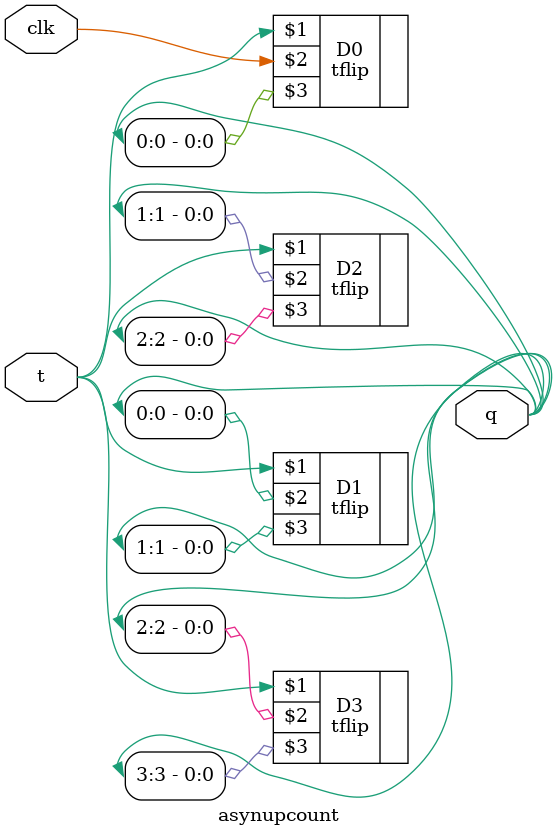
<source format=v>
module asynupcount(t,clk,q);
input t,clk;
output [3:0]q;

tflip D0(t,clk,q[0]);
tflip D1(t,q[0],q[1]);
tflip D2(t,q[1],q[2]);
tflip D3(t,q[2],q[3]);
endmodule
</source>
